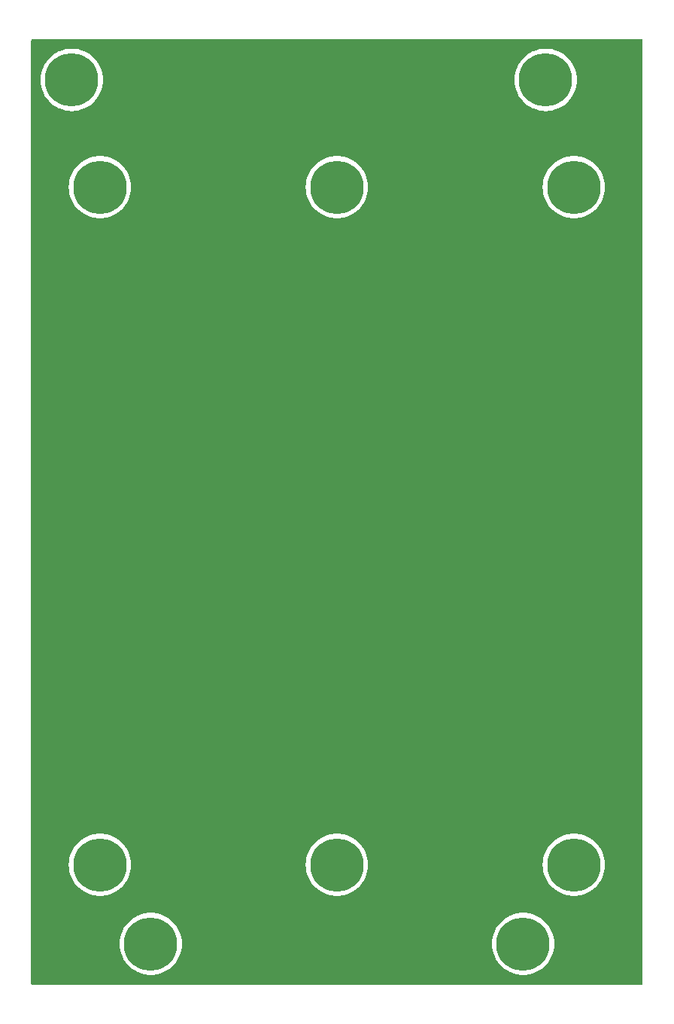
<source format=gbr>
%TF.GenerationSoftware,KiCad,Pcbnew,(6.0.4)*%
%TF.CreationDate,2022-06-04T07:14:15+03:00*%
%TF.ProjectId,TopBottomLateral,546f7042-6f74-4746-9f6d-4c6174657261,rev?*%
%TF.SameCoordinates,Original*%
%TF.FileFunction,Copper,L2,Bot*%
%TF.FilePolarity,Positive*%
%FSLAX46Y46*%
G04 Gerber Fmt 4.6, Leading zero omitted, Abs format (unit mm)*
G04 Created by KiCad (PCBNEW (6.0.4)) date 2022-06-04 07:14:15*
%MOMM*%
%LPD*%
G01*
G04 APERTURE LIST*
%TA.AperFunction,ConnectorPad*%
%ADD10C,6.000000*%
%TD*%
%TA.AperFunction,ComponentPad*%
%ADD11C,3.400000*%
%TD*%
G04 APERTURE END LIST*
D10*
%TO.P,H10,1*%
%TO.N,N/C*%
X120015000Y-130175000D03*
D11*
X120015000Y-130175000D03*
%TD*%
D10*
%TO.P,H1,1*%
%TO.N,N/C*%
X63500000Y-41910000D03*
D11*
X63500000Y-41910000D03*
%TD*%
%TO.P,H6,1*%
%TO.N,N/C*%
X93345000Y-53975000D03*
D10*
X93345000Y-53975000D03*
%TD*%
D11*
%TO.P,H7,1*%
%TO.N,N/C*%
X120015000Y-53975000D03*
D10*
X120015000Y-53975000D03*
%TD*%
%TO.P,H2,1*%
%TO.N,N/C*%
X116840000Y-41910000D03*
D11*
X116840000Y-41910000D03*
%TD*%
%TO.P,H8,1*%
%TO.N,N/C*%
X66675000Y-130175000D03*
D10*
X66675000Y-130175000D03*
%TD*%
D11*
%TO.P,H9,1*%
%TO.N,N/C*%
X93345000Y-130175000D03*
D10*
X93345000Y-130175000D03*
%TD*%
D11*
%TO.P,H5,1*%
%TO.N,N/C*%
X66675000Y-53975000D03*
D10*
X66675000Y-53975000D03*
%TD*%
D11*
%TO.P,H3,1*%
%TO.N,N/C*%
X72390000Y-139065000D03*
D10*
X72390000Y-139065000D03*
%TD*%
%TO.P,H4,1*%
%TO.N,N/C*%
X114300000Y-139065000D03*
D11*
X114300000Y-139065000D03*
%TD*%
%TA.AperFunction,NonConductor*%
G36*
X127703621Y-37358502D02*
G01*
X127750114Y-37412158D01*
X127761500Y-37464500D01*
X127761500Y-143510500D01*
X127741498Y-143578621D01*
X127687842Y-143625114D01*
X127635500Y-143636500D01*
X59054500Y-143636500D01*
X58986379Y-143616498D01*
X58939886Y-143562842D01*
X58928500Y-143510500D01*
X58928500Y-139065000D01*
X68876685Y-139065000D01*
X68895931Y-139432241D01*
X68953459Y-139795459D01*
X69048639Y-140150674D01*
X69180427Y-140493994D01*
X69347380Y-140821657D01*
X69547668Y-141130075D01*
X69779098Y-141415867D01*
X70039133Y-141675902D01*
X70324925Y-141907332D01*
X70633342Y-142107620D01*
X70636276Y-142109115D01*
X70636283Y-142109119D01*
X70958066Y-142273075D01*
X70961006Y-142274573D01*
X71304326Y-142406361D01*
X71659541Y-142501541D01*
X71852558Y-142532112D01*
X72019511Y-142558555D01*
X72019519Y-142558556D01*
X72022759Y-142559069D01*
X72390000Y-142578315D01*
X72757241Y-142559069D01*
X72760481Y-142558556D01*
X72760489Y-142558555D01*
X72927442Y-142532112D01*
X73120459Y-142501541D01*
X73475674Y-142406361D01*
X73818994Y-142274573D01*
X73821934Y-142273075D01*
X74143717Y-142109119D01*
X74143724Y-142109115D01*
X74146658Y-142107620D01*
X74455075Y-141907332D01*
X74740867Y-141675902D01*
X75000902Y-141415867D01*
X75232332Y-141130075D01*
X75432620Y-140821657D01*
X75599573Y-140493994D01*
X75731361Y-140150674D01*
X75826541Y-139795459D01*
X75884069Y-139432241D01*
X75903315Y-139065000D01*
X110786685Y-139065000D01*
X110805931Y-139432241D01*
X110863459Y-139795459D01*
X110958639Y-140150674D01*
X111090427Y-140493994D01*
X111257380Y-140821657D01*
X111457668Y-141130075D01*
X111689098Y-141415867D01*
X111949133Y-141675902D01*
X112234925Y-141907332D01*
X112543342Y-142107620D01*
X112546276Y-142109115D01*
X112546283Y-142109119D01*
X112868066Y-142273075D01*
X112871006Y-142274573D01*
X113214326Y-142406361D01*
X113569541Y-142501541D01*
X113762558Y-142532112D01*
X113929511Y-142558555D01*
X113929519Y-142558556D01*
X113932759Y-142559069D01*
X114300000Y-142578315D01*
X114667241Y-142559069D01*
X114670481Y-142558556D01*
X114670489Y-142558555D01*
X114837442Y-142532112D01*
X115030459Y-142501541D01*
X115385674Y-142406361D01*
X115728994Y-142274573D01*
X115731934Y-142273075D01*
X116053717Y-142109119D01*
X116053724Y-142109115D01*
X116056658Y-142107620D01*
X116365075Y-141907332D01*
X116650867Y-141675902D01*
X116910902Y-141415867D01*
X117142332Y-141130075D01*
X117342620Y-140821657D01*
X117509573Y-140493994D01*
X117641361Y-140150674D01*
X117736541Y-139795459D01*
X117794069Y-139432241D01*
X117813315Y-139065000D01*
X117794069Y-138697759D01*
X117736541Y-138334541D01*
X117641361Y-137979326D01*
X117509573Y-137636006D01*
X117342620Y-137308343D01*
X117142332Y-136999925D01*
X116910902Y-136714133D01*
X116650867Y-136454098D01*
X116365075Y-136222668D01*
X116056658Y-136022380D01*
X116053724Y-136020885D01*
X116053717Y-136020881D01*
X115731934Y-135856925D01*
X115728994Y-135855427D01*
X115385674Y-135723639D01*
X115030459Y-135628459D01*
X114837442Y-135597888D01*
X114670489Y-135571445D01*
X114670481Y-135571444D01*
X114667241Y-135570931D01*
X114300000Y-135551685D01*
X113932759Y-135570931D01*
X113929519Y-135571444D01*
X113929511Y-135571445D01*
X113762558Y-135597888D01*
X113569541Y-135628459D01*
X113214326Y-135723639D01*
X112871006Y-135855427D01*
X112868066Y-135856925D01*
X112546284Y-136020881D01*
X112546277Y-136020885D01*
X112543343Y-136022380D01*
X112234925Y-136222668D01*
X111949133Y-136454098D01*
X111689098Y-136714133D01*
X111457668Y-136999925D01*
X111257380Y-137308343D01*
X111090427Y-137636006D01*
X110958639Y-137979326D01*
X110863459Y-138334541D01*
X110805931Y-138697759D01*
X110786685Y-139065000D01*
X75903315Y-139065000D01*
X75884069Y-138697759D01*
X75826541Y-138334541D01*
X75731361Y-137979326D01*
X75599573Y-137636006D01*
X75432620Y-137308343D01*
X75232332Y-136999925D01*
X75000902Y-136714133D01*
X74740867Y-136454098D01*
X74455075Y-136222668D01*
X74146658Y-136022380D01*
X74143724Y-136020885D01*
X74143717Y-136020881D01*
X73821934Y-135856925D01*
X73818994Y-135855427D01*
X73475674Y-135723639D01*
X73120459Y-135628459D01*
X72927442Y-135597888D01*
X72760489Y-135571445D01*
X72760481Y-135571444D01*
X72757241Y-135570931D01*
X72390000Y-135551685D01*
X72022759Y-135570931D01*
X72019519Y-135571444D01*
X72019511Y-135571445D01*
X71852558Y-135597888D01*
X71659541Y-135628459D01*
X71304326Y-135723639D01*
X70961006Y-135855427D01*
X70958066Y-135856925D01*
X70636284Y-136020881D01*
X70636277Y-136020885D01*
X70633343Y-136022380D01*
X70324925Y-136222668D01*
X70039133Y-136454098D01*
X69779098Y-136714133D01*
X69547668Y-136999925D01*
X69347380Y-137308343D01*
X69180427Y-137636006D01*
X69048639Y-137979326D01*
X68953459Y-138334541D01*
X68895931Y-138697759D01*
X68876685Y-139065000D01*
X58928500Y-139065000D01*
X58928500Y-130175000D01*
X63161685Y-130175000D01*
X63180931Y-130542241D01*
X63238459Y-130905459D01*
X63333639Y-131260674D01*
X63465427Y-131603994D01*
X63632380Y-131931657D01*
X63832668Y-132240075D01*
X64064098Y-132525867D01*
X64324133Y-132785902D01*
X64609925Y-133017332D01*
X64918342Y-133217620D01*
X64921276Y-133219115D01*
X64921283Y-133219119D01*
X65243066Y-133383075D01*
X65246006Y-133384573D01*
X65589326Y-133516361D01*
X65944541Y-133611541D01*
X66137558Y-133642112D01*
X66304511Y-133668555D01*
X66304519Y-133668556D01*
X66307759Y-133669069D01*
X66675000Y-133688315D01*
X67042241Y-133669069D01*
X67045481Y-133668556D01*
X67045489Y-133668555D01*
X67212442Y-133642112D01*
X67405459Y-133611541D01*
X67760674Y-133516361D01*
X68103994Y-133384573D01*
X68106934Y-133383075D01*
X68428717Y-133219119D01*
X68428724Y-133219115D01*
X68431658Y-133217620D01*
X68740075Y-133017332D01*
X69025867Y-132785902D01*
X69285902Y-132525867D01*
X69517332Y-132240075D01*
X69717620Y-131931657D01*
X69884573Y-131603994D01*
X70016361Y-131260674D01*
X70111541Y-130905459D01*
X70169069Y-130542241D01*
X70188315Y-130175000D01*
X89831685Y-130175000D01*
X89850931Y-130542241D01*
X89908459Y-130905459D01*
X90003639Y-131260674D01*
X90135427Y-131603994D01*
X90302380Y-131931657D01*
X90502668Y-132240075D01*
X90734098Y-132525867D01*
X90994133Y-132785902D01*
X91279925Y-133017332D01*
X91588342Y-133217620D01*
X91591276Y-133219115D01*
X91591283Y-133219119D01*
X91913066Y-133383075D01*
X91916006Y-133384573D01*
X92259326Y-133516361D01*
X92614541Y-133611541D01*
X92807558Y-133642112D01*
X92974511Y-133668555D01*
X92974519Y-133668556D01*
X92977759Y-133669069D01*
X93345000Y-133688315D01*
X93712241Y-133669069D01*
X93715481Y-133668556D01*
X93715489Y-133668555D01*
X93882442Y-133642112D01*
X94075459Y-133611541D01*
X94430674Y-133516361D01*
X94773994Y-133384573D01*
X94776934Y-133383075D01*
X95098717Y-133219119D01*
X95098724Y-133219115D01*
X95101658Y-133217620D01*
X95410075Y-133017332D01*
X95695867Y-132785902D01*
X95955902Y-132525867D01*
X96187332Y-132240075D01*
X96387620Y-131931657D01*
X96554573Y-131603994D01*
X96686361Y-131260674D01*
X96781541Y-130905459D01*
X96839069Y-130542241D01*
X96858315Y-130175000D01*
X116501685Y-130175000D01*
X116520931Y-130542241D01*
X116578459Y-130905459D01*
X116673639Y-131260674D01*
X116805427Y-131603994D01*
X116972380Y-131931657D01*
X117172668Y-132240075D01*
X117404098Y-132525867D01*
X117664133Y-132785902D01*
X117949925Y-133017332D01*
X118258342Y-133217620D01*
X118261276Y-133219115D01*
X118261283Y-133219119D01*
X118583066Y-133383075D01*
X118586006Y-133384573D01*
X118929326Y-133516361D01*
X119284541Y-133611541D01*
X119477558Y-133642112D01*
X119644511Y-133668555D01*
X119644519Y-133668556D01*
X119647759Y-133669069D01*
X120015000Y-133688315D01*
X120382241Y-133669069D01*
X120385481Y-133668556D01*
X120385489Y-133668555D01*
X120552442Y-133642112D01*
X120745459Y-133611541D01*
X121100674Y-133516361D01*
X121443994Y-133384573D01*
X121446934Y-133383075D01*
X121768717Y-133219119D01*
X121768724Y-133219115D01*
X121771658Y-133217620D01*
X122080075Y-133017332D01*
X122365867Y-132785902D01*
X122625902Y-132525867D01*
X122857332Y-132240075D01*
X123057620Y-131931657D01*
X123224573Y-131603994D01*
X123356361Y-131260674D01*
X123451541Y-130905459D01*
X123509069Y-130542241D01*
X123528315Y-130175000D01*
X123509069Y-129807759D01*
X123451541Y-129444541D01*
X123356361Y-129089326D01*
X123224573Y-128746006D01*
X123057620Y-128418343D01*
X122857332Y-128109925D01*
X122625902Y-127824133D01*
X122365867Y-127564098D01*
X122080075Y-127332668D01*
X121771658Y-127132380D01*
X121768724Y-127130885D01*
X121768717Y-127130881D01*
X121446934Y-126966925D01*
X121443994Y-126965427D01*
X121100674Y-126833639D01*
X120745459Y-126738459D01*
X120552442Y-126707888D01*
X120385489Y-126681445D01*
X120385481Y-126681444D01*
X120382241Y-126680931D01*
X120015000Y-126661685D01*
X119647759Y-126680931D01*
X119644519Y-126681444D01*
X119644511Y-126681445D01*
X119477558Y-126707888D01*
X119284541Y-126738459D01*
X118929326Y-126833639D01*
X118586006Y-126965427D01*
X118583066Y-126966925D01*
X118261284Y-127130881D01*
X118261277Y-127130885D01*
X118258343Y-127132380D01*
X117949925Y-127332668D01*
X117664133Y-127564098D01*
X117404098Y-127824133D01*
X117172668Y-128109925D01*
X116972380Y-128418343D01*
X116805427Y-128746006D01*
X116673639Y-129089326D01*
X116578459Y-129444541D01*
X116520931Y-129807759D01*
X116501685Y-130175000D01*
X96858315Y-130175000D01*
X96839069Y-129807759D01*
X96781541Y-129444541D01*
X96686361Y-129089326D01*
X96554573Y-128746006D01*
X96387620Y-128418343D01*
X96187332Y-128109925D01*
X95955902Y-127824133D01*
X95695867Y-127564098D01*
X95410075Y-127332668D01*
X95101658Y-127132380D01*
X95098724Y-127130885D01*
X95098717Y-127130881D01*
X94776934Y-126966925D01*
X94773994Y-126965427D01*
X94430674Y-126833639D01*
X94075459Y-126738459D01*
X93882442Y-126707888D01*
X93715489Y-126681445D01*
X93715481Y-126681444D01*
X93712241Y-126680931D01*
X93345000Y-126661685D01*
X92977759Y-126680931D01*
X92974519Y-126681444D01*
X92974511Y-126681445D01*
X92807558Y-126707888D01*
X92614541Y-126738459D01*
X92259326Y-126833639D01*
X91916006Y-126965427D01*
X91913066Y-126966925D01*
X91591284Y-127130881D01*
X91591277Y-127130885D01*
X91588343Y-127132380D01*
X91279925Y-127332668D01*
X90994133Y-127564098D01*
X90734098Y-127824133D01*
X90502668Y-128109925D01*
X90302380Y-128418343D01*
X90135427Y-128746006D01*
X90003639Y-129089326D01*
X89908459Y-129444541D01*
X89850931Y-129807759D01*
X89831685Y-130175000D01*
X70188315Y-130175000D01*
X70169069Y-129807759D01*
X70111541Y-129444541D01*
X70016361Y-129089326D01*
X69884573Y-128746006D01*
X69717620Y-128418343D01*
X69517332Y-128109925D01*
X69285902Y-127824133D01*
X69025867Y-127564098D01*
X68740075Y-127332668D01*
X68431658Y-127132380D01*
X68428724Y-127130885D01*
X68428717Y-127130881D01*
X68106934Y-126966925D01*
X68103994Y-126965427D01*
X67760674Y-126833639D01*
X67405459Y-126738459D01*
X67212442Y-126707888D01*
X67045489Y-126681445D01*
X67045481Y-126681444D01*
X67042241Y-126680931D01*
X66675000Y-126661685D01*
X66307759Y-126680931D01*
X66304519Y-126681444D01*
X66304511Y-126681445D01*
X66137558Y-126707888D01*
X65944541Y-126738459D01*
X65589326Y-126833639D01*
X65246006Y-126965427D01*
X65243066Y-126966925D01*
X64921284Y-127130881D01*
X64921277Y-127130885D01*
X64918343Y-127132380D01*
X64609925Y-127332668D01*
X64324133Y-127564098D01*
X64064098Y-127824133D01*
X63832668Y-128109925D01*
X63632380Y-128418343D01*
X63465427Y-128746006D01*
X63333639Y-129089326D01*
X63238459Y-129444541D01*
X63180931Y-129807759D01*
X63161685Y-130175000D01*
X58928500Y-130175000D01*
X58928500Y-53975000D01*
X63161685Y-53975000D01*
X63180931Y-54342241D01*
X63238459Y-54705459D01*
X63333639Y-55060674D01*
X63465427Y-55403994D01*
X63632380Y-55731657D01*
X63832668Y-56040075D01*
X64064098Y-56325867D01*
X64324133Y-56585902D01*
X64609925Y-56817332D01*
X64918342Y-57017620D01*
X64921276Y-57019115D01*
X64921283Y-57019119D01*
X65243066Y-57183075D01*
X65246006Y-57184573D01*
X65589326Y-57316361D01*
X65944541Y-57411541D01*
X66137558Y-57442112D01*
X66304511Y-57468555D01*
X66304519Y-57468556D01*
X66307759Y-57469069D01*
X66675000Y-57488315D01*
X67042241Y-57469069D01*
X67045481Y-57468556D01*
X67045489Y-57468555D01*
X67212442Y-57442112D01*
X67405459Y-57411541D01*
X67760674Y-57316361D01*
X68103994Y-57184573D01*
X68106934Y-57183075D01*
X68428717Y-57019119D01*
X68428724Y-57019115D01*
X68431658Y-57017620D01*
X68740075Y-56817332D01*
X69025867Y-56585902D01*
X69285902Y-56325867D01*
X69517332Y-56040075D01*
X69717620Y-55731657D01*
X69884573Y-55403994D01*
X70016361Y-55060674D01*
X70111541Y-54705459D01*
X70169069Y-54342241D01*
X70188315Y-53975000D01*
X89831685Y-53975000D01*
X89850931Y-54342241D01*
X89908459Y-54705459D01*
X90003639Y-55060674D01*
X90135427Y-55403994D01*
X90302380Y-55731657D01*
X90502668Y-56040075D01*
X90734098Y-56325867D01*
X90994133Y-56585902D01*
X91279925Y-56817332D01*
X91588342Y-57017620D01*
X91591276Y-57019115D01*
X91591283Y-57019119D01*
X91913066Y-57183075D01*
X91916006Y-57184573D01*
X92259326Y-57316361D01*
X92614541Y-57411541D01*
X92807558Y-57442112D01*
X92974511Y-57468555D01*
X92974519Y-57468556D01*
X92977759Y-57469069D01*
X93345000Y-57488315D01*
X93712241Y-57469069D01*
X93715481Y-57468556D01*
X93715489Y-57468555D01*
X93882442Y-57442112D01*
X94075459Y-57411541D01*
X94430674Y-57316361D01*
X94773994Y-57184573D01*
X94776934Y-57183075D01*
X95098717Y-57019119D01*
X95098724Y-57019115D01*
X95101658Y-57017620D01*
X95410075Y-56817332D01*
X95695867Y-56585902D01*
X95955902Y-56325867D01*
X96187332Y-56040075D01*
X96387620Y-55731657D01*
X96554573Y-55403994D01*
X96686361Y-55060674D01*
X96781541Y-54705459D01*
X96839069Y-54342241D01*
X96858315Y-53975000D01*
X116501685Y-53975000D01*
X116520931Y-54342241D01*
X116578459Y-54705459D01*
X116673639Y-55060674D01*
X116805427Y-55403994D01*
X116972380Y-55731657D01*
X117172668Y-56040075D01*
X117404098Y-56325867D01*
X117664133Y-56585902D01*
X117949925Y-56817332D01*
X118258342Y-57017620D01*
X118261276Y-57019115D01*
X118261283Y-57019119D01*
X118583066Y-57183075D01*
X118586006Y-57184573D01*
X118929326Y-57316361D01*
X119284541Y-57411541D01*
X119477558Y-57442112D01*
X119644511Y-57468555D01*
X119644519Y-57468556D01*
X119647759Y-57469069D01*
X120015000Y-57488315D01*
X120382241Y-57469069D01*
X120385481Y-57468556D01*
X120385489Y-57468555D01*
X120552442Y-57442112D01*
X120745459Y-57411541D01*
X121100674Y-57316361D01*
X121443994Y-57184573D01*
X121446934Y-57183075D01*
X121768717Y-57019119D01*
X121768724Y-57019115D01*
X121771658Y-57017620D01*
X122080075Y-56817332D01*
X122365867Y-56585902D01*
X122625902Y-56325867D01*
X122857332Y-56040075D01*
X123057620Y-55731657D01*
X123224573Y-55403994D01*
X123356361Y-55060674D01*
X123451541Y-54705459D01*
X123509069Y-54342241D01*
X123528315Y-53975000D01*
X123509069Y-53607759D01*
X123451541Y-53244541D01*
X123356361Y-52889326D01*
X123224573Y-52546006D01*
X123057620Y-52218343D01*
X122857332Y-51909925D01*
X122625902Y-51624133D01*
X122365867Y-51364098D01*
X122080075Y-51132668D01*
X121771658Y-50932380D01*
X121768724Y-50930885D01*
X121768717Y-50930881D01*
X121446934Y-50766925D01*
X121443994Y-50765427D01*
X121100674Y-50633639D01*
X120745459Y-50538459D01*
X120552442Y-50507888D01*
X120385489Y-50481445D01*
X120385481Y-50481444D01*
X120382241Y-50480931D01*
X120015000Y-50461685D01*
X119647759Y-50480931D01*
X119644519Y-50481444D01*
X119644511Y-50481445D01*
X119477558Y-50507888D01*
X119284541Y-50538459D01*
X118929326Y-50633639D01*
X118586006Y-50765427D01*
X118583066Y-50766925D01*
X118261284Y-50930881D01*
X118261277Y-50930885D01*
X118258343Y-50932380D01*
X117949925Y-51132668D01*
X117664133Y-51364098D01*
X117404098Y-51624133D01*
X117172668Y-51909925D01*
X116972380Y-52218343D01*
X116805427Y-52546006D01*
X116673639Y-52889326D01*
X116578459Y-53244541D01*
X116520931Y-53607759D01*
X116501685Y-53975000D01*
X96858315Y-53975000D01*
X96839069Y-53607759D01*
X96781541Y-53244541D01*
X96686361Y-52889326D01*
X96554573Y-52546006D01*
X96387620Y-52218343D01*
X96187332Y-51909925D01*
X95955902Y-51624133D01*
X95695867Y-51364098D01*
X95410075Y-51132668D01*
X95101658Y-50932380D01*
X95098724Y-50930885D01*
X95098717Y-50930881D01*
X94776934Y-50766925D01*
X94773994Y-50765427D01*
X94430674Y-50633639D01*
X94075459Y-50538459D01*
X93882442Y-50507888D01*
X93715489Y-50481445D01*
X93715481Y-50481444D01*
X93712241Y-50480931D01*
X93345000Y-50461685D01*
X92977759Y-50480931D01*
X92974519Y-50481444D01*
X92974511Y-50481445D01*
X92807558Y-50507888D01*
X92614541Y-50538459D01*
X92259326Y-50633639D01*
X91916006Y-50765427D01*
X91913066Y-50766925D01*
X91591284Y-50930881D01*
X91591277Y-50930885D01*
X91588343Y-50932380D01*
X91279925Y-51132668D01*
X90994133Y-51364098D01*
X90734098Y-51624133D01*
X90502668Y-51909925D01*
X90302380Y-52218343D01*
X90135427Y-52546006D01*
X90003639Y-52889326D01*
X89908459Y-53244541D01*
X89850931Y-53607759D01*
X89831685Y-53975000D01*
X70188315Y-53975000D01*
X70169069Y-53607759D01*
X70111541Y-53244541D01*
X70016361Y-52889326D01*
X69884573Y-52546006D01*
X69717620Y-52218343D01*
X69517332Y-51909925D01*
X69285902Y-51624133D01*
X69025867Y-51364098D01*
X68740075Y-51132668D01*
X68431658Y-50932380D01*
X68428724Y-50930885D01*
X68428717Y-50930881D01*
X68106934Y-50766925D01*
X68103994Y-50765427D01*
X67760674Y-50633639D01*
X67405459Y-50538459D01*
X67212442Y-50507888D01*
X67045489Y-50481445D01*
X67045481Y-50481444D01*
X67042241Y-50480931D01*
X66675000Y-50461685D01*
X66307759Y-50480931D01*
X66304519Y-50481444D01*
X66304511Y-50481445D01*
X66137558Y-50507888D01*
X65944541Y-50538459D01*
X65589326Y-50633639D01*
X65246006Y-50765427D01*
X65243066Y-50766925D01*
X64921284Y-50930881D01*
X64921277Y-50930885D01*
X64918343Y-50932380D01*
X64609925Y-51132668D01*
X64324133Y-51364098D01*
X64064098Y-51624133D01*
X63832668Y-51909925D01*
X63632380Y-52218343D01*
X63465427Y-52546006D01*
X63333639Y-52889326D01*
X63238459Y-53244541D01*
X63180931Y-53607759D01*
X63161685Y-53975000D01*
X58928500Y-53975000D01*
X58928500Y-41910000D01*
X59986685Y-41910000D01*
X60005931Y-42277241D01*
X60063459Y-42640459D01*
X60158639Y-42995674D01*
X60290427Y-43338994D01*
X60457380Y-43666657D01*
X60657668Y-43975075D01*
X60889098Y-44260867D01*
X61149133Y-44520902D01*
X61434925Y-44752332D01*
X61743342Y-44952620D01*
X61746276Y-44954115D01*
X61746283Y-44954119D01*
X62068066Y-45118075D01*
X62071006Y-45119573D01*
X62414326Y-45251361D01*
X62769541Y-45346541D01*
X62962558Y-45377112D01*
X63129511Y-45403555D01*
X63129519Y-45403556D01*
X63132759Y-45404069D01*
X63500000Y-45423315D01*
X63867241Y-45404069D01*
X63870481Y-45403556D01*
X63870489Y-45403555D01*
X64037442Y-45377112D01*
X64230459Y-45346541D01*
X64585674Y-45251361D01*
X64928994Y-45119573D01*
X64931934Y-45118075D01*
X65253717Y-44954119D01*
X65253724Y-44954115D01*
X65256658Y-44952620D01*
X65565075Y-44752332D01*
X65850867Y-44520902D01*
X66110902Y-44260867D01*
X66342332Y-43975075D01*
X66542620Y-43666657D01*
X66709573Y-43338994D01*
X66841361Y-42995674D01*
X66936541Y-42640459D01*
X66994069Y-42277241D01*
X67013315Y-41910000D01*
X113326685Y-41910000D01*
X113345931Y-42277241D01*
X113403459Y-42640459D01*
X113498639Y-42995674D01*
X113630427Y-43338994D01*
X113797380Y-43666657D01*
X113997668Y-43975075D01*
X114229098Y-44260867D01*
X114489133Y-44520902D01*
X114774925Y-44752332D01*
X115083342Y-44952620D01*
X115086276Y-44954115D01*
X115086283Y-44954119D01*
X115408066Y-45118075D01*
X115411006Y-45119573D01*
X115754326Y-45251361D01*
X116109541Y-45346541D01*
X116302558Y-45377112D01*
X116469511Y-45403555D01*
X116469519Y-45403556D01*
X116472759Y-45404069D01*
X116840000Y-45423315D01*
X117207241Y-45404069D01*
X117210481Y-45403556D01*
X117210489Y-45403555D01*
X117377442Y-45377112D01*
X117570459Y-45346541D01*
X117925674Y-45251361D01*
X118268994Y-45119573D01*
X118271934Y-45118075D01*
X118593717Y-44954119D01*
X118593724Y-44954115D01*
X118596658Y-44952620D01*
X118905075Y-44752332D01*
X119190867Y-44520902D01*
X119450902Y-44260867D01*
X119682332Y-43975075D01*
X119882620Y-43666657D01*
X120049573Y-43338994D01*
X120181361Y-42995674D01*
X120276541Y-42640459D01*
X120334069Y-42277241D01*
X120353315Y-41910000D01*
X120334069Y-41542759D01*
X120276541Y-41179541D01*
X120181361Y-40824326D01*
X120049573Y-40481006D01*
X119882620Y-40153343D01*
X119682332Y-39844925D01*
X119450902Y-39559133D01*
X119190867Y-39299098D01*
X118905075Y-39067668D01*
X118596658Y-38867380D01*
X118593724Y-38865885D01*
X118593717Y-38865881D01*
X118271934Y-38701925D01*
X118268994Y-38700427D01*
X117925674Y-38568639D01*
X117570459Y-38473459D01*
X117377442Y-38442888D01*
X117210489Y-38416445D01*
X117210481Y-38416444D01*
X117207241Y-38415931D01*
X116840000Y-38396685D01*
X116472759Y-38415931D01*
X116469519Y-38416444D01*
X116469511Y-38416445D01*
X116302558Y-38442888D01*
X116109541Y-38473459D01*
X115754326Y-38568639D01*
X115411006Y-38700427D01*
X115408066Y-38701925D01*
X115086284Y-38865881D01*
X115086277Y-38865885D01*
X115083343Y-38867380D01*
X114774925Y-39067668D01*
X114489133Y-39299098D01*
X114229098Y-39559133D01*
X113997668Y-39844925D01*
X113797380Y-40153343D01*
X113630427Y-40481006D01*
X113498639Y-40824326D01*
X113403459Y-41179541D01*
X113345931Y-41542759D01*
X113326685Y-41910000D01*
X67013315Y-41910000D01*
X66994069Y-41542759D01*
X66936541Y-41179541D01*
X66841361Y-40824326D01*
X66709573Y-40481006D01*
X66542620Y-40153343D01*
X66342332Y-39844925D01*
X66110902Y-39559133D01*
X65850867Y-39299098D01*
X65565075Y-39067668D01*
X65256658Y-38867380D01*
X65253724Y-38865885D01*
X65253717Y-38865881D01*
X64931934Y-38701925D01*
X64928994Y-38700427D01*
X64585674Y-38568639D01*
X64230459Y-38473459D01*
X64037442Y-38442888D01*
X63870489Y-38416445D01*
X63870481Y-38416444D01*
X63867241Y-38415931D01*
X63500000Y-38396685D01*
X63132759Y-38415931D01*
X63129519Y-38416444D01*
X63129511Y-38416445D01*
X62962558Y-38442888D01*
X62769541Y-38473459D01*
X62414326Y-38568639D01*
X62071006Y-38700427D01*
X62068066Y-38701925D01*
X61746284Y-38865881D01*
X61746277Y-38865885D01*
X61743343Y-38867380D01*
X61434925Y-39067668D01*
X61149133Y-39299098D01*
X60889098Y-39559133D01*
X60657668Y-39844925D01*
X60457380Y-40153343D01*
X60290427Y-40481006D01*
X60158639Y-40824326D01*
X60063459Y-41179541D01*
X60005931Y-41542759D01*
X59986685Y-41910000D01*
X58928500Y-41910000D01*
X58928500Y-37464500D01*
X58948502Y-37396379D01*
X59002158Y-37349886D01*
X59054500Y-37338500D01*
X127635500Y-37338500D01*
X127703621Y-37358502D01*
G37*
%TD.AperFunction*%
M02*

</source>
